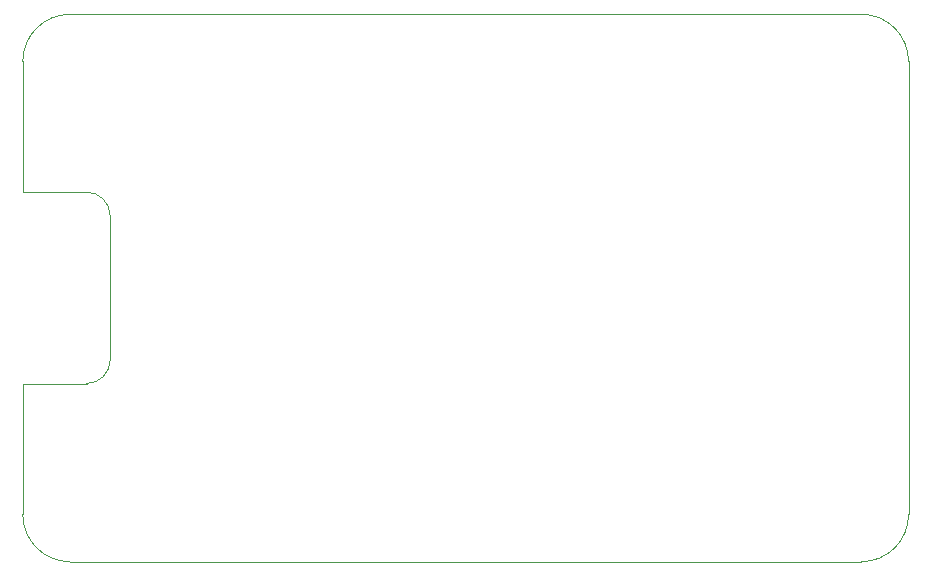
<source format=gbr>
%TF.GenerationSoftware,KiCad,Pcbnew,(6.0.8)*%
%TF.CreationDate,2023-03-12T18:26:40+08:00*%
%TF.ProjectId,STEP_MOTO,53544550-5f4d-44f5-944f-2e6b69636164,rev?*%
%TF.SameCoordinates,Original*%
%TF.FileFunction,Profile,NP*%
%FSLAX46Y46*%
G04 Gerber Fmt 4.6, Leading zero omitted, Abs format (unit mm)*
G04 Created by KiCad (PCBNEW (6.0.8)) date 2023-03-12 18:26:40*
%MOMM*%
%LPD*%
G01*
G04 APERTURE LIST*
%TA.AperFunction,Profile*%
%ADD10C,0.100000*%
%TD*%
G04 APERTURE END LIST*
D10*
X75000000Y42350000D02*
X75000000Y4000000D01*
X71000000Y0D02*
X4000000Y0D01*
X4000000Y46350000D02*
G75*
G03*
X0Y42350000I0J-4000000D01*
G01*
X71000000Y0D02*
G75*
G03*
X75000000Y4000000I0J4000000D01*
G01*
X7400000Y29288000D02*
X7400000Y17082800D01*
X0Y31288000D02*
X0Y42350000D01*
X5400000Y15082800D02*
G75*
G03*
X7400000Y17082800I0J2000000D01*
G01*
X4000000Y46350000D02*
X71018200Y46350200D01*
X0Y4000000D02*
G75*
G03*
X4000000Y0I4000000J0D01*
G01*
X5400000Y15082800D02*
X0Y15082800D01*
X75000000Y42350000D02*
G75*
G03*
X71000000Y46350000I-4000000J0D01*
G01*
X7400000Y29288000D02*
G75*
G03*
X5400000Y31288000I-2000000J0D01*
G01*
X0Y4000000D02*
X0Y15082800D01*
X5400000Y31288000D02*
X0Y31288000D01*
M02*

</source>
